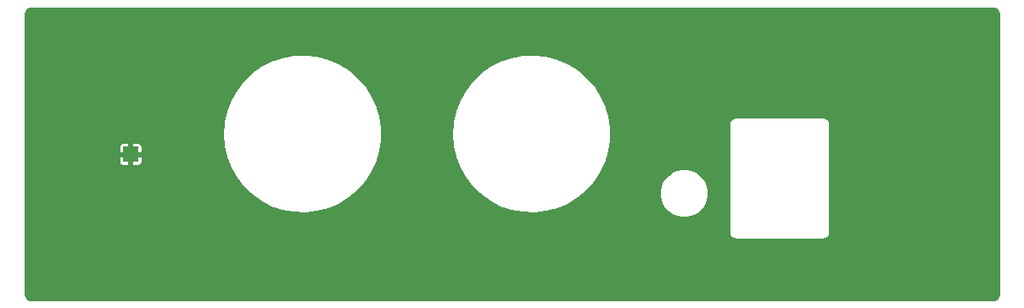
<source format=gbr>
%TF.GenerationSoftware,KiCad,Pcbnew,(5.1.9)-1*%
%TF.CreationDate,2021-03-13T23:47:23-08:00*%
%TF.ProjectId,miditwiddle-back,6d696469-7477-4696-9464-6c652d626163,rev?*%
%TF.SameCoordinates,PX9157080PY68799b0*%
%TF.FileFunction,Copper,L2,Bot*%
%TF.FilePolarity,Positive*%
%FSLAX46Y46*%
G04 Gerber Fmt 4.6, Leading zero omitted, Abs format (unit mm)*
G04 Created by KiCad (PCBNEW (5.1.9)-1) date 2021-03-13 23:47:23*
%MOMM*%
%LPD*%
G01*
G04 APERTURE LIST*
%TA.AperFunction,SMDPad,CuDef*%
%ADD10R,1.500000X1.500000*%
%TD*%
%TA.AperFunction,ViaPad*%
%ADD11C,0.600000*%
%TD*%
%TA.AperFunction,Conductor*%
%ADD12C,0.254000*%
%TD*%
%TA.AperFunction,Conductor*%
%ADD13C,0.100000*%
%TD*%
G04 APERTURE END LIST*
D10*
%TO.P,TP1,1*%
%TO.N,GND*%
X-38100000Y7950000D03*
%TD*%
D11*
%TO.N,GND*%
X-48000000Y21950000D03*
X-48000000Y-6050000D03*
X48000000Y-6050000D03*
X48000000Y21950000D03*
%TD*%
D12*
%TO.N,GND*%
X48105082Y22480706D02*
X48206163Y22450188D01*
X48299390Y22400618D01*
X48381214Y22333884D01*
X48448518Y22252528D01*
X48498737Y22159650D01*
X48529960Y22058784D01*
X48543200Y21932816D01*
X48543201Y-6027647D01*
X48530706Y-6155081D01*
X48500188Y-6256161D01*
X48450618Y-6349391D01*
X48383884Y-6431214D01*
X48302529Y-6498517D01*
X48209649Y-6548737D01*
X48108784Y-6579960D01*
X47982816Y-6593200D01*
X-47977657Y-6593200D01*
X-48105081Y-6580706D01*
X-48206161Y-6550188D01*
X-48299391Y-6500618D01*
X-48381214Y-6433884D01*
X-48448517Y-6352529D01*
X-48498737Y-6259649D01*
X-48529960Y-6158784D01*
X-48543200Y-6032816D01*
X-48543200Y77563D01*
X21613200Y77563D01*
X21615093Y58344D01*
X21615085Y57205D01*
X21615707Y50857D01*
X21617671Y32174D01*
X21619810Y10453D01*
X21620745Y7372D01*
X21628115Y-28531D01*
X21635870Y-69187D01*
X21637713Y-75293D01*
X21649255Y-112580D01*
X21665298Y-150744D01*
X21680808Y-189133D01*
X21683802Y-194764D01*
X21702367Y-229101D01*
X21725513Y-263417D01*
X21748195Y-298077D01*
X21752226Y-303020D01*
X21777107Y-333095D01*
X21806496Y-362278D01*
X21835451Y-391845D01*
X21840365Y-395911D01*
X21870614Y-420581D01*
X21905093Y-443488D01*
X21939256Y-466880D01*
X21944866Y-469914D01*
X21979330Y-488239D01*
X22017620Y-504021D01*
X22055661Y-520325D01*
X22061754Y-522212D01*
X22099121Y-533494D01*
X22139713Y-541531D01*
X22180234Y-550144D01*
X22180336Y-550155D01*
X22180452Y-550190D01*
X22183917Y-550531D01*
X22186577Y-550811D01*
X22225424Y-554620D01*
X22225429Y-554620D01*
X22247562Y-556800D01*
X31092438Y-556800D01*
X31111657Y-554907D01*
X31112795Y-554915D01*
X31119143Y-554293D01*
X31137811Y-552331D01*
X31159548Y-550190D01*
X31162631Y-549255D01*
X31198531Y-541885D01*
X31239187Y-534130D01*
X31245293Y-532287D01*
X31282580Y-520745D01*
X31320744Y-504702D01*
X31359133Y-489192D01*
X31364764Y-486198D01*
X31399101Y-467633D01*
X31433417Y-444487D01*
X31468077Y-421805D01*
X31473020Y-417774D01*
X31503095Y-392893D01*
X31532278Y-363504D01*
X31561845Y-334549D01*
X31565911Y-329635D01*
X31590581Y-299386D01*
X31613488Y-264907D01*
X31636880Y-230744D01*
X31639914Y-225134D01*
X31658239Y-190670D01*
X31674025Y-152371D01*
X31690325Y-114339D01*
X31692212Y-108246D01*
X31703494Y-70879D01*
X31711531Y-30287D01*
X31720144Y10234D01*
X31720155Y10336D01*
X31720190Y10452D01*
X31720531Y13917D01*
X31720811Y16577D01*
X31724620Y55424D01*
X31724620Y55429D01*
X31726800Y77562D01*
X31726800Y11022438D01*
X31724907Y11041657D01*
X31724915Y11042795D01*
X31724293Y11049143D01*
X31722331Y11067811D01*
X31720190Y11089548D01*
X31719255Y11092631D01*
X31711890Y11128506D01*
X31704130Y11169186D01*
X31702287Y11175292D01*
X31690745Y11212580D01*
X31674699Y11250752D01*
X31659193Y11289132D01*
X31656199Y11294764D01*
X31637633Y11329100D01*
X31614499Y11363399D01*
X31591805Y11398077D01*
X31587774Y11403020D01*
X31562893Y11433095D01*
X31533503Y11462279D01*
X31504548Y11491846D01*
X31499634Y11495912D01*
X31469386Y11520581D01*
X31434907Y11543488D01*
X31400744Y11566880D01*
X31395134Y11569914D01*
X31360670Y11588239D01*
X31322371Y11604025D01*
X31284339Y11620325D01*
X31278246Y11622212D01*
X31240879Y11633494D01*
X31200280Y11641533D01*
X31159766Y11650144D01*
X31159664Y11650155D01*
X31159548Y11650190D01*
X31156083Y11650531D01*
X31153423Y11650811D01*
X31114576Y11654620D01*
X31114571Y11654620D01*
X31092438Y11656800D01*
X22247562Y11656800D01*
X22228343Y11654907D01*
X22227205Y11654915D01*
X22220857Y11654293D01*
X22202189Y11652331D01*
X22180452Y11650190D01*
X22177369Y11649255D01*
X22141494Y11641890D01*
X22100814Y11634130D01*
X22094708Y11632287D01*
X22057420Y11620745D01*
X22019248Y11604699D01*
X21980868Y11589193D01*
X21975236Y11586199D01*
X21940900Y11567633D01*
X21906601Y11544499D01*
X21871923Y11521805D01*
X21866980Y11517774D01*
X21836905Y11492893D01*
X21807721Y11463503D01*
X21778154Y11434548D01*
X21774088Y11429634D01*
X21749419Y11399386D01*
X21726512Y11364907D01*
X21703120Y11330744D01*
X21700086Y11325134D01*
X21681761Y11290670D01*
X21665975Y11252371D01*
X21649675Y11214339D01*
X21647788Y11208246D01*
X21636506Y11170879D01*
X21628467Y11130280D01*
X21619856Y11089766D01*
X21619845Y11089659D01*
X21619811Y11089548D01*
X21619485Y11086233D01*
X21619189Y11083423D01*
X21615380Y11044576D01*
X21615380Y11044561D01*
X21613201Y11022438D01*
X21613200Y77563D01*
X-48543200Y77563D01*
X-48543200Y7200000D01*
X-39283889Y7200000D01*
X-39275552Y7115352D01*
X-39250861Y7033958D01*
X-39210766Y6958944D01*
X-39156806Y6893194D01*
X-39091056Y6839234D01*
X-39016042Y6799139D01*
X-38934648Y6774448D01*
X-38850000Y6766111D01*
X-38334950Y6768200D01*
X-38227000Y6876150D01*
X-38227000Y7823000D01*
X-37973000Y7823000D01*
X-37973000Y6876150D01*
X-37865050Y6768200D01*
X-37350000Y6766111D01*
X-37265352Y6774448D01*
X-37183958Y6799139D01*
X-37108944Y6839234D01*
X-37043194Y6893194D01*
X-36989234Y6958944D01*
X-36949139Y7033958D01*
X-36924448Y7115352D01*
X-36916111Y7200000D01*
X-36918200Y7715050D01*
X-37026150Y7823000D01*
X-37973000Y7823000D01*
X-38227000Y7823000D01*
X-39173850Y7823000D01*
X-39281800Y7715050D01*
X-39283889Y7200000D01*
X-48543200Y7200000D01*
X-48543200Y8700000D01*
X-39283889Y8700000D01*
X-39281800Y8184950D01*
X-39173850Y8077000D01*
X-38227000Y8077000D01*
X-38227000Y9023850D01*
X-37973000Y9023850D01*
X-37973000Y8077000D01*
X-37026150Y8077000D01*
X-36918200Y8184950D01*
X-36916111Y8700000D01*
X-36924448Y8784648D01*
X-36949139Y8866042D01*
X-36989234Y8941056D01*
X-37043194Y9006806D01*
X-37108944Y9060766D01*
X-37183958Y9100861D01*
X-37265352Y9125552D01*
X-37350000Y9133889D01*
X-37865050Y9131800D01*
X-37973000Y9023850D01*
X-38227000Y9023850D01*
X-38334950Y9131800D01*
X-38850000Y9133889D01*
X-38934648Y9125552D01*
X-39016042Y9100861D01*
X-39091056Y9060766D01*
X-39156806Y9006806D01*
X-39210766Y8941056D01*
X-39250861Y8866042D01*
X-39275552Y8784648D01*
X-39283889Y8700000D01*
X-48543200Y8700000D01*
X-48543200Y10000000D01*
X-28931800Y10000000D01*
X-28846794Y8838569D01*
X-28593588Y7701891D01*
X-28177580Y6614194D01*
X-27607634Y5598659D01*
X-26895899Y4676931D01*
X-26057544Y3868655D01*
X-25110437Y3191059D01*
X-24074764Y2658583D01*
X-22972599Y2282576D01*
X-21827432Y2071053D01*
X-20663671Y2028522D01*
X-19506119Y2155889D01*
X-18379448Y2450439D01*
X-17307669Y2905896D01*
X-16313628Y3512550D01*
X-15418509Y4257474D01*
X-14641391Y5124790D01*
X-13998836Y6096012D01*
X-13504540Y7150441D01*
X-13169038Y8265603D01*
X-12999480Y9417731D01*
X-12999480Y10000000D01*
X-6071800Y10000000D01*
X-5986794Y8838569D01*
X-5733588Y7701891D01*
X-5317580Y6614194D01*
X-4747634Y5598659D01*
X-4035899Y4676931D01*
X-3197544Y3868655D01*
X-2250437Y3191059D01*
X-1214764Y2658583D01*
X-112599Y2282576D01*
X1032568Y2071053D01*
X2196329Y2028522D01*
X3353881Y2155889D01*
X4480552Y2450439D01*
X5552331Y2905896D01*
X6546372Y3512550D01*
X7441491Y4257474D01*
X7473115Y4292769D01*
X14680126Y4292769D01*
X14680126Y3807231D01*
X14774850Y3331023D01*
X14960657Y2882445D01*
X15230408Y2478735D01*
X15573735Y2135408D01*
X15977445Y1865657D01*
X16426023Y1679850D01*
X16902231Y1585126D01*
X17387769Y1585126D01*
X17863977Y1679850D01*
X18312555Y1865657D01*
X18716265Y2135408D01*
X19059592Y2478735D01*
X19329343Y2882445D01*
X19515150Y3331023D01*
X19609874Y3807231D01*
X19609874Y4292769D01*
X19515150Y4768977D01*
X19329343Y5217555D01*
X19059592Y5621265D01*
X18716265Y5964592D01*
X18312555Y6234343D01*
X17863977Y6420150D01*
X17387769Y6514874D01*
X16902231Y6514874D01*
X16426023Y6420150D01*
X15977445Y6234343D01*
X15573735Y5964592D01*
X15230408Y5621265D01*
X14960657Y5217555D01*
X14774850Y4768977D01*
X14680126Y4292769D01*
X7473115Y4292769D01*
X8218609Y5124790D01*
X8861164Y6096012D01*
X9355460Y7150441D01*
X9690962Y8265603D01*
X9860520Y9417731D01*
X9860520Y10582269D01*
X9690962Y11734397D01*
X9355460Y12849559D01*
X8861164Y13903988D01*
X8218609Y14875210D01*
X7441491Y15742526D01*
X6546372Y16487450D01*
X5552331Y17094104D01*
X4480552Y17549561D01*
X3353881Y17844111D01*
X2196329Y17971478D01*
X1032568Y17928947D01*
X-112599Y17717424D01*
X-1214764Y17341417D01*
X-2250437Y16808941D01*
X-3197544Y16131345D01*
X-4035899Y15323069D01*
X-4747634Y14401341D01*
X-5317580Y13385806D01*
X-5733588Y12298109D01*
X-5986794Y11161431D01*
X-6071800Y10000000D01*
X-12999480Y10000000D01*
X-12999480Y10582269D01*
X-13169038Y11734397D01*
X-13504540Y12849559D01*
X-13998836Y13903988D01*
X-14641391Y14875210D01*
X-15418509Y15742526D01*
X-16313628Y16487450D01*
X-17307669Y17094104D01*
X-18379448Y17549561D01*
X-19506119Y17844111D01*
X-20663671Y17971478D01*
X-21827432Y17928947D01*
X-22972599Y17717424D01*
X-24074764Y17341417D01*
X-25110437Y16808941D01*
X-26057544Y16131345D01*
X-26895899Y15323069D01*
X-27607634Y14401341D01*
X-28177580Y13385806D01*
X-28593588Y12298109D01*
X-28846794Y11161431D01*
X-28931800Y10000000D01*
X-48543200Y10000000D01*
X-48543200Y21927657D01*
X-48530706Y22055082D01*
X-48500188Y22156163D01*
X-48450618Y22249390D01*
X-48383884Y22331214D01*
X-48302528Y22398518D01*
X-48209650Y22448737D01*
X-48108784Y22479960D01*
X-47982816Y22493200D01*
X47977657Y22493200D01*
X48105082Y22480706D01*
%TA.AperFunction,Conductor*%
D13*
G36*
X48105082Y22480706D02*
G01*
X48206163Y22450188D01*
X48299390Y22400618D01*
X48381214Y22333884D01*
X48448518Y22252528D01*
X48498737Y22159650D01*
X48529960Y22058784D01*
X48543200Y21932816D01*
X48543201Y-6027647D01*
X48530706Y-6155081D01*
X48500188Y-6256161D01*
X48450618Y-6349391D01*
X48383884Y-6431214D01*
X48302529Y-6498517D01*
X48209649Y-6548737D01*
X48108784Y-6579960D01*
X47982816Y-6593200D01*
X-47977657Y-6593200D01*
X-48105081Y-6580706D01*
X-48206161Y-6550188D01*
X-48299391Y-6500618D01*
X-48381214Y-6433884D01*
X-48448517Y-6352529D01*
X-48498737Y-6259649D01*
X-48529960Y-6158784D01*
X-48543200Y-6032816D01*
X-48543200Y77563D01*
X21613200Y77563D01*
X21615093Y58344D01*
X21615085Y57205D01*
X21615707Y50857D01*
X21617671Y32174D01*
X21619810Y10453D01*
X21620745Y7372D01*
X21628115Y-28531D01*
X21635870Y-69187D01*
X21637713Y-75293D01*
X21649255Y-112580D01*
X21665298Y-150744D01*
X21680808Y-189133D01*
X21683802Y-194764D01*
X21702367Y-229101D01*
X21725513Y-263417D01*
X21748195Y-298077D01*
X21752226Y-303020D01*
X21777107Y-333095D01*
X21806496Y-362278D01*
X21835451Y-391845D01*
X21840365Y-395911D01*
X21870614Y-420581D01*
X21905093Y-443488D01*
X21939256Y-466880D01*
X21944866Y-469914D01*
X21979330Y-488239D01*
X22017620Y-504021D01*
X22055661Y-520325D01*
X22061754Y-522212D01*
X22099121Y-533494D01*
X22139713Y-541531D01*
X22180234Y-550144D01*
X22180336Y-550155D01*
X22180452Y-550190D01*
X22183917Y-550531D01*
X22186577Y-550811D01*
X22225424Y-554620D01*
X22225429Y-554620D01*
X22247562Y-556800D01*
X31092438Y-556800D01*
X31111657Y-554907D01*
X31112795Y-554915D01*
X31119143Y-554293D01*
X31137811Y-552331D01*
X31159548Y-550190D01*
X31162631Y-549255D01*
X31198531Y-541885D01*
X31239187Y-534130D01*
X31245293Y-532287D01*
X31282580Y-520745D01*
X31320744Y-504702D01*
X31359133Y-489192D01*
X31364764Y-486198D01*
X31399101Y-467633D01*
X31433417Y-444487D01*
X31468077Y-421805D01*
X31473020Y-417774D01*
X31503095Y-392893D01*
X31532278Y-363504D01*
X31561845Y-334549D01*
X31565911Y-329635D01*
X31590581Y-299386D01*
X31613488Y-264907D01*
X31636880Y-230744D01*
X31639914Y-225134D01*
X31658239Y-190670D01*
X31674025Y-152371D01*
X31690325Y-114339D01*
X31692212Y-108246D01*
X31703494Y-70879D01*
X31711531Y-30287D01*
X31720144Y10234D01*
X31720155Y10336D01*
X31720190Y10452D01*
X31720531Y13917D01*
X31720811Y16577D01*
X31724620Y55424D01*
X31724620Y55429D01*
X31726800Y77562D01*
X31726800Y11022438D01*
X31724907Y11041657D01*
X31724915Y11042795D01*
X31724293Y11049143D01*
X31722331Y11067811D01*
X31720190Y11089548D01*
X31719255Y11092631D01*
X31711890Y11128506D01*
X31704130Y11169186D01*
X31702287Y11175292D01*
X31690745Y11212580D01*
X31674699Y11250752D01*
X31659193Y11289132D01*
X31656199Y11294764D01*
X31637633Y11329100D01*
X31614499Y11363399D01*
X31591805Y11398077D01*
X31587774Y11403020D01*
X31562893Y11433095D01*
X31533503Y11462279D01*
X31504548Y11491846D01*
X31499634Y11495912D01*
X31469386Y11520581D01*
X31434907Y11543488D01*
X31400744Y11566880D01*
X31395134Y11569914D01*
X31360670Y11588239D01*
X31322371Y11604025D01*
X31284339Y11620325D01*
X31278246Y11622212D01*
X31240879Y11633494D01*
X31200280Y11641533D01*
X31159766Y11650144D01*
X31159664Y11650155D01*
X31159548Y11650190D01*
X31156083Y11650531D01*
X31153423Y11650811D01*
X31114576Y11654620D01*
X31114571Y11654620D01*
X31092438Y11656800D01*
X22247562Y11656800D01*
X22228343Y11654907D01*
X22227205Y11654915D01*
X22220857Y11654293D01*
X22202189Y11652331D01*
X22180452Y11650190D01*
X22177369Y11649255D01*
X22141494Y11641890D01*
X22100814Y11634130D01*
X22094708Y11632287D01*
X22057420Y11620745D01*
X22019248Y11604699D01*
X21980868Y11589193D01*
X21975236Y11586199D01*
X21940900Y11567633D01*
X21906601Y11544499D01*
X21871923Y11521805D01*
X21866980Y11517774D01*
X21836905Y11492893D01*
X21807721Y11463503D01*
X21778154Y11434548D01*
X21774088Y11429634D01*
X21749419Y11399386D01*
X21726512Y11364907D01*
X21703120Y11330744D01*
X21700086Y11325134D01*
X21681761Y11290670D01*
X21665975Y11252371D01*
X21649675Y11214339D01*
X21647788Y11208246D01*
X21636506Y11170879D01*
X21628467Y11130280D01*
X21619856Y11089766D01*
X21619845Y11089659D01*
X21619811Y11089548D01*
X21619485Y11086233D01*
X21619189Y11083423D01*
X21615380Y11044576D01*
X21615380Y11044561D01*
X21613201Y11022438D01*
X21613200Y77563D01*
X-48543200Y77563D01*
X-48543200Y7200000D01*
X-39283889Y7200000D01*
X-39275552Y7115352D01*
X-39250861Y7033958D01*
X-39210766Y6958944D01*
X-39156806Y6893194D01*
X-39091056Y6839234D01*
X-39016042Y6799139D01*
X-38934648Y6774448D01*
X-38850000Y6766111D01*
X-38334950Y6768200D01*
X-38227000Y6876150D01*
X-38227000Y7823000D01*
X-37973000Y7823000D01*
X-37973000Y6876150D01*
X-37865050Y6768200D01*
X-37350000Y6766111D01*
X-37265352Y6774448D01*
X-37183958Y6799139D01*
X-37108944Y6839234D01*
X-37043194Y6893194D01*
X-36989234Y6958944D01*
X-36949139Y7033958D01*
X-36924448Y7115352D01*
X-36916111Y7200000D01*
X-36918200Y7715050D01*
X-37026150Y7823000D01*
X-37973000Y7823000D01*
X-38227000Y7823000D01*
X-39173850Y7823000D01*
X-39281800Y7715050D01*
X-39283889Y7200000D01*
X-48543200Y7200000D01*
X-48543200Y8700000D01*
X-39283889Y8700000D01*
X-39281800Y8184950D01*
X-39173850Y8077000D01*
X-38227000Y8077000D01*
X-38227000Y9023850D01*
X-37973000Y9023850D01*
X-37973000Y8077000D01*
X-37026150Y8077000D01*
X-36918200Y8184950D01*
X-36916111Y8700000D01*
X-36924448Y8784648D01*
X-36949139Y8866042D01*
X-36989234Y8941056D01*
X-37043194Y9006806D01*
X-37108944Y9060766D01*
X-37183958Y9100861D01*
X-37265352Y9125552D01*
X-37350000Y9133889D01*
X-37865050Y9131800D01*
X-37973000Y9023850D01*
X-38227000Y9023850D01*
X-38334950Y9131800D01*
X-38850000Y9133889D01*
X-38934648Y9125552D01*
X-39016042Y9100861D01*
X-39091056Y9060766D01*
X-39156806Y9006806D01*
X-39210766Y8941056D01*
X-39250861Y8866042D01*
X-39275552Y8784648D01*
X-39283889Y8700000D01*
X-48543200Y8700000D01*
X-48543200Y10000000D01*
X-28931800Y10000000D01*
X-28846794Y8838569D01*
X-28593588Y7701891D01*
X-28177580Y6614194D01*
X-27607634Y5598659D01*
X-26895899Y4676931D01*
X-26057544Y3868655D01*
X-25110437Y3191059D01*
X-24074764Y2658583D01*
X-22972599Y2282576D01*
X-21827432Y2071053D01*
X-20663671Y2028522D01*
X-19506119Y2155889D01*
X-18379448Y2450439D01*
X-17307669Y2905896D01*
X-16313628Y3512550D01*
X-15418509Y4257474D01*
X-14641391Y5124790D01*
X-13998836Y6096012D01*
X-13504540Y7150441D01*
X-13169038Y8265603D01*
X-12999480Y9417731D01*
X-12999480Y10000000D01*
X-6071800Y10000000D01*
X-5986794Y8838569D01*
X-5733588Y7701891D01*
X-5317580Y6614194D01*
X-4747634Y5598659D01*
X-4035899Y4676931D01*
X-3197544Y3868655D01*
X-2250437Y3191059D01*
X-1214764Y2658583D01*
X-112599Y2282576D01*
X1032568Y2071053D01*
X2196329Y2028522D01*
X3353881Y2155889D01*
X4480552Y2450439D01*
X5552331Y2905896D01*
X6546372Y3512550D01*
X7441491Y4257474D01*
X7473115Y4292769D01*
X14680126Y4292769D01*
X14680126Y3807231D01*
X14774850Y3331023D01*
X14960657Y2882445D01*
X15230408Y2478735D01*
X15573735Y2135408D01*
X15977445Y1865657D01*
X16426023Y1679850D01*
X16902231Y1585126D01*
X17387769Y1585126D01*
X17863977Y1679850D01*
X18312555Y1865657D01*
X18716265Y2135408D01*
X19059592Y2478735D01*
X19329343Y2882445D01*
X19515150Y3331023D01*
X19609874Y3807231D01*
X19609874Y4292769D01*
X19515150Y4768977D01*
X19329343Y5217555D01*
X19059592Y5621265D01*
X18716265Y5964592D01*
X18312555Y6234343D01*
X17863977Y6420150D01*
X17387769Y6514874D01*
X16902231Y6514874D01*
X16426023Y6420150D01*
X15977445Y6234343D01*
X15573735Y5964592D01*
X15230408Y5621265D01*
X14960657Y5217555D01*
X14774850Y4768977D01*
X14680126Y4292769D01*
X7473115Y4292769D01*
X8218609Y5124790D01*
X8861164Y6096012D01*
X9355460Y7150441D01*
X9690962Y8265603D01*
X9860520Y9417731D01*
X9860520Y10582269D01*
X9690962Y11734397D01*
X9355460Y12849559D01*
X8861164Y13903988D01*
X8218609Y14875210D01*
X7441491Y15742526D01*
X6546372Y16487450D01*
X5552331Y17094104D01*
X4480552Y17549561D01*
X3353881Y17844111D01*
X2196329Y17971478D01*
X1032568Y17928947D01*
X-112599Y17717424D01*
X-1214764Y17341417D01*
X-2250437Y16808941D01*
X-3197544Y16131345D01*
X-4035899Y15323069D01*
X-4747634Y14401341D01*
X-5317580Y13385806D01*
X-5733588Y12298109D01*
X-5986794Y11161431D01*
X-6071800Y10000000D01*
X-12999480Y10000000D01*
X-12999480Y10582269D01*
X-13169038Y11734397D01*
X-13504540Y12849559D01*
X-13998836Y13903988D01*
X-14641391Y14875210D01*
X-15418509Y15742526D01*
X-16313628Y16487450D01*
X-17307669Y17094104D01*
X-18379448Y17549561D01*
X-19506119Y17844111D01*
X-20663671Y17971478D01*
X-21827432Y17928947D01*
X-22972599Y17717424D01*
X-24074764Y17341417D01*
X-25110437Y16808941D01*
X-26057544Y16131345D01*
X-26895899Y15323069D01*
X-27607634Y14401341D01*
X-28177580Y13385806D01*
X-28593588Y12298109D01*
X-28846794Y11161431D01*
X-28931800Y10000000D01*
X-48543200Y10000000D01*
X-48543200Y21927657D01*
X-48530706Y22055082D01*
X-48500188Y22156163D01*
X-48450618Y22249390D01*
X-48383884Y22331214D01*
X-48302528Y22398518D01*
X-48209650Y22448737D01*
X-48108784Y22479960D01*
X-47982816Y22493200D01*
X47977657Y22493200D01*
X48105082Y22480706D01*
G37*
%TD.AperFunction*%
%TD*%
M02*

</source>
